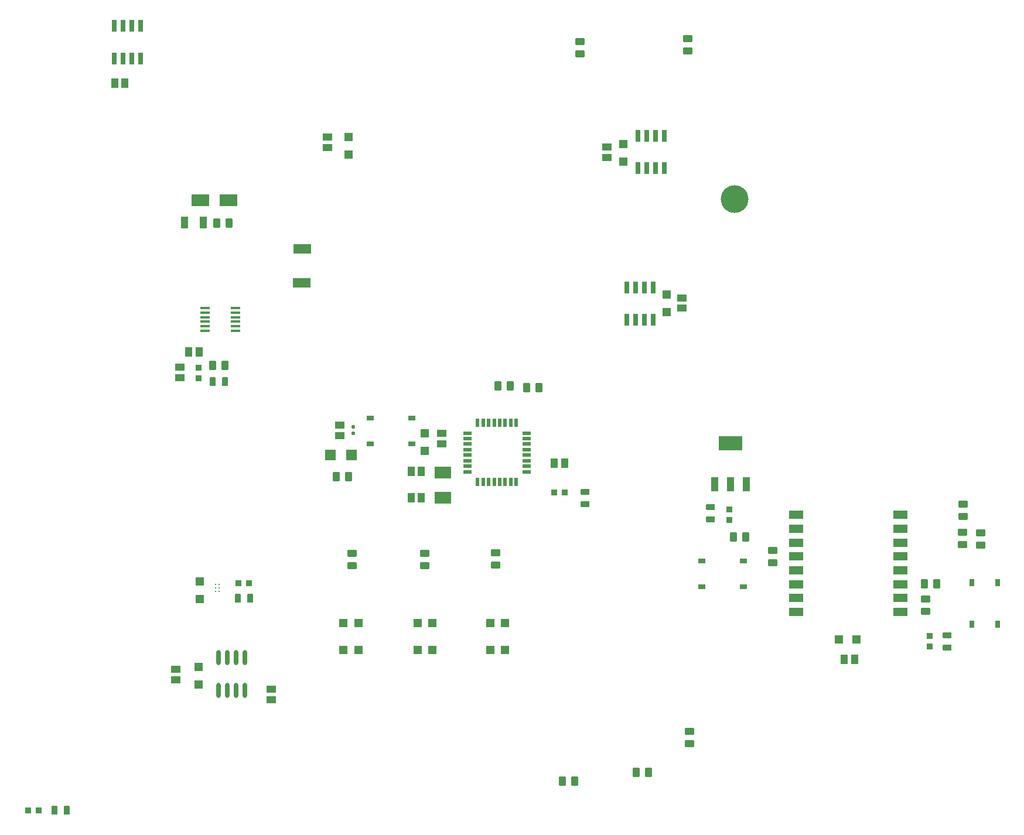
<source format=gtp>
G04 Layer_Color=8421504*
%FSLAX44Y44*%
%MOMM*%
G71*
G01*
G75*
%ADD10R,2.0000X1.1999*%
%ADD11R,1.1000X1.7000*%
%ADD12R,2.4000X1.7000*%
%ADD13R,1.2700X0.5588*%
%ADD14R,0.5588X1.2700*%
%ADD15R,1.3970X0.4318*%
G04:AMPARAMS|DCode=16|XSize=0.5001mm|YSize=0.5001mm|CornerRadius=0.125mm|HoleSize=0mm|Usage=FLASHONLY|Rotation=90.000|XOffset=0mm|YOffset=0mm|HoleType=Round|Shape=RoundedRectangle|*
%AMROUNDEDRECTD16*
21,1,0.5001,0.2501,0,0,90.0*
21,1,0.2501,0.5001,0,0,90.0*
1,1,0.2501,0.1250,0.1250*
1,1,0.2501,0.1250,-0.1250*
1,1,0.2501,-0.1250,-0.1250*
1,1,0.2501,-0.1250,0.1250*
%
%ADD16ROUNDEDRECTD16*%
G04:AMPARAMS|DCode=17|XSize=0.889mm|YSize=0.889mm|CornerRadius=0.1111mm|HoleSize=0mm|Usage=FLASHONLY|Rotation=270.000|XOffset=0mm|YOffset=0mm|HoleType=Round|Shape=RoundedRectangle|*
%AMROUNDEDRECTD17*
21,1,0.8890,0.6667,0,0,270.0*
21,1,0.6667,0.8890,0,0,270.0*
1,1,0.2223,-0.3334,-0.3334*
1,1,0.2223,-0.3334,0.3334*
1,1,0.2223,0.3334,0.3334*
1,1,0.2223,0.3334,-0.3334*
%
%ADD17ROUNDEDRECTD17*%
G04:AMPARAMS|DCode=18|XSize=1.016mm|YSize=1.397mm|CornerRadius=0.127mm|HoleSize=0mm|Usage=FLASHONLY|Rotation=180.000|XOffset=0mm|YOffset=0mm|HoleType=Round|Shape=RoundedRectangle|*
%AMROUNDEDRECTD18*
21,1,1.0160,1.1430,0,0,180.0*
21,1,0.7620,1.3970,0,0,180.0*
1,1,0.2540,-0.3810,0.5715*
1,1,0.2540,0.3810,0.5715*
1,1,0.2540,0.3810,-0.5715*
1,1,0.2540,-0.3810,-0.5715*
%
%ADD18ROUNDEDRECTD18*%
%ADD19R,1.5000X1.6000*%
G04:AMPARAMS|DCode=20|XSize=0.889mm|YSize=1.27mm|CornerRadius=0.1111mm|HoleSize=0mm|Usage=FLASHONLY|Rotation=0.000|XOffset=0mm|YOffset=0mm|HoleType=Round|Shape=RoundedRectangle|*
%AMROUNDEDRECTD20*
21,1,0.8890,1.0477,0,0,0.0*
21,1,0.6667,1.2700,0,0,0.0*
1,1,0.2223,0.3334,-0.5239*
1,1,0.2223,-0.3334,-0.5239*
1,1,0.2223,-0.3334,0.5239*
1,1,0.2223,0.3334,0.5239*
%
%ADD20ROUNDEDRECTD20*%
%ADD21R,2.5000X1.7000*%
%ADD22O,0.6000X2.2000*%
%ADD23R,1.2700X1.2700*%
%ADD24R,1.4000X1.1000*%
%ADD25R,1.1501X1.3000*%
G04:AMPARAMS|DCode=26|XSize=1.016mm|YSize=1.397mm|CornerRadius=0.127mm|HoleSize=0mm|Usage=FLASHONLY|Rotation=90.000|XOffset=0mm|YOffset=0mm|HoleType=Round|Shape=RoundedRectangle|*
%AMROUNDEDRECTD26*
21,1,1.0160,1.1430,0,0,90.0*
21,1,0.7620,1.3970,0,0,90.0*
1,1,0.2540,0.5715,0.3810*
1,1,0.2540,0.5715,-0.3810*
1,1,0.2540,-0.5715,-0.3810*
1,1,0.2540,-0.5715,0.3810*
%
%ADD26ROUNDEDRECTD26*%
%ADD27R,1.1000X1.4000*%
G04:AMPARAMS|DCode=28|XSize=0.889mm|YSize=0.889mm|CornerRadius=0.1111mm|HoleSize=0mm|Usage=FLASHONLY|Rotation=180.000|XOffset=0mm|YOffset=0mm|HoleType=Round|Shape=RoundedRectangle|*
%AMROUNDEDRECTD28*
21,1,0.8890,0.6667,0,0,180.0*
21,1,0.6667,0.8890,0,0,180.0*
1,1,0.2223,-0.3334,0.3334*
1,1,0.2223,0.3334,0.3334*
1,1,0.2223,0.3334,-0.3334*
1,1,0.2223,-0.3334,-0.3334*
%
%ADD28ROUNDEDRECTD28*%
G04:AMPARAMS|DCode=29|XSize=0.889mm|YSize=1.27mm|CornerRadius=0.1111mm|HoleSize=0mm|Usage=FLASHONLY|Rotation=90.000|XOffset=0mm|YOffset=0mm|HoleType=Round|Shape=RoundedRectangle|*
%AMROUNDEDRECTD29*
21,1,0.8890,1.0477,0,0,90.0*
21,1,0.6667,1.2700,0,0,90.0*
1,1,0.2223,0.5239,0.3334*
1,1,0.2223,0.5239,-0.3334*
1,1,0.2223,-0.5239,-0.3334*
1,1,0.2223,-0.5239,0.3334*
%
%ADD29ROUNDEDRECTD29*%
%ADD30R,1.2700X1.2700*%
%ADD31C,4.0000*%
%ADD32R,1.0000X2.0000*%
%ADD33R,3.5000X2.0000*%
%ADD34C,0.2500*%
%ADD35R,2.5000X1.4000*%
%ADD36R,0.7201X1.7800*%
%ADD37R,1.0000X0.7000*%
%ADD38R,0.7000X1.0000*%
D10*
X1528802Y459594D02*
D03*
Y439594D02*
D03*
Y419594D02*
D03*
Y399591D02*
D03*
Y379591D02*
D03*
Y359591D02*
D03*
Y339591D02*
D03*
Y319591D02*
D03*
X1678804D02*
D03*
Y339591D02*
D03*
Y359591D02*
D03*
Y379591D02*
D03*
Y399591D02*
D03*
Y419594D02*
D03*
Y439594D02*
D03*
Y459594D02*
D03*
D11*
X644360Y882142D02*
D03*
X671360D02*
D03*
D12*
X1017554Y484246D02*
D03*
Y521246D02*
D03*
D13*
X1053074Y578001D02*
D03*
Y570000D02*
D03*
Y561999D02*
D03*
Y554000D02*
D03*
Y545999D02*
D03*
Y538001D02*
D03*
Y530000D02*
D03*
Y521999D02*
D03*
X1138926D02*
D03*
Y530000D02*
D03*
Y538001D02*
D03*
Y545999D02*
D03*
Y554000D02*
D03*
Y561999D02*
D03*
Y570000D02*
D03*
Y578001D02*
D03*
D14*
X1067999Y507074D02*
D03*
X1076000D02*
D03*
X1084001D02*
D03*
X1092000D02*
D03*
X1100001D02*
D03*
X1107999D02*
D03*
X1116000D02*
D03*
X1124001D02*
D03*
Y592926D02*
D03*
X1116000D02*
D03*
X1107999D02*
D03*
X1100001D02*
D03*
X1092000D02*
D03*
X1084001D02*
D03*
X1076000D02*
D03*
X1067999D02*
D03*
D15*
X717814Y758576D02*
D03*
Y751972D02*
D03*
Y745622D02*
D03*
Y739018D02*
D03*
Y732668D02*
D03*
Y726064D02*
D03*
X674126D02*
D03*
Y732668D02*
D03*
Y739018D02*
D03*
Y745622D02*
D03*
Y751972D02*
D03*
Y758576D02*
D03*
D16*
X888014Y577411D02*
D03*
Y586661D02*
D03*
D17*
X664464Y657098D02*
D03*
Y672338D02*
D03*
X1721080Y284288D02*
D03*
Y269048D02*
D03*
X1431774Y467676D02*
D03*
Y452436D02*
D03*
D18*
X708914Y881888D02*
D03*
X691134D02*
D03*
X1097110Y646000D02*
D03*
X1114890D02*
D03*
X1156746Y644012D02*
D03*
X1138966D02*
D03*
X1190426Y74312D02*
D03*
X1208206D02*
D03*
X1297440Y87110D02*
D03*
X1315220D02*
D03*
X863884Y514726D02*
D03*
X881664D02*
D03*
X1713968Y360234D02*
D03*
X1731748D02*
D03*
X702564Y676148D02*
D03*
X684784D02*
D03*
X1455396Y428052D02*
D03*
X1437616D02*
D03*
D19*
X885474Y546476D02*
D03*
X855474D02*
D03*
D20*
X702564Y652018D02*
D03*
X684784D02*
D03*
X456962Y32734D02*
D03*
X474742D02*
D03*
X721140Y339146D02*
D03*
X738920D02*
D03*
D21*
X667644Y914908D02*
D03*
X707644D02*
D03*
D22*
X693798Y205544D02*
D03*
X706498D02*
D03*
X719198D02*
D03*
X731898D02*
D03*
X693798Y253544D02*
D03*
X706498D02*
D03*
X719198D02*
D03*
X731898D02*
D03*
D23*
X664588Y239958D02*
D03*
Y214558D02*
D03*
X881380Y980440D02*
D03*
Y1005840D02*
D03*
X991870Y552450D02*
D03*
Y577850D02*
D03*
X1279028Y996284D02*
D03*
Y970884D02*
D03*
X1340902Y752800D02*
D03*
Y778200D02*
D03*
X666530Y363276D02*
D03*
Y337876D02*
D03*
D24*
X631568Y221162D02*
D03*
Y236162D02*
D03*
X1016000Y577500D02*
D03*
Y562500D02*
D03*
X1254898Y976472D02*
D03*
Y991472D02*
D03*
X1363000Y773508D02*
D03*
Y758508D02*
D03*
X850900Y990720D02*
D03*
Y1005720D02*
D03*
X637540Y657980D02*
D03*
Y672980D02*
D03*
X770000Y192500D02*
D03*
Y207500D02*
D03*
X868964Y589536D02*
D03*
Y574536D02*
D03*
D25*
X874234Y303350D02*
D03*
X895732D02*
D03*
Y264350D02*
D03*
X874234D02*
D03*
X981251Y303500D02*
D03*
X1002749D02*
D03*
Y264500D02*
D03*
X981251D02*
D03*
X1086251Y303500D02*
D03*
X1107749D02*
D03*
Y264500D02*
D03*
X1086251D02*
D03*
D26*
X1094000Y387220D02*
D03*
Y405000D02*
D03*
X992000Y386000D02*
D03*
Y403780D02*
D03*
X887000Y386000D02*
D03*
Y403780D02*
D03*
X1215862Y1126194D02*
D03*
Y1143974D02*
D03*
X1371858Y1130156D02*
D03*
Y1147936D02*
D03*
X1374000Y146890D02*
D03*
Y129110D02*
D03*
X1795248Y433386D02*
D03*
Y415606D02*
D03*
X1768832Y416368D02*
D03*
Y434148D02*
D03*
X1769594Y457516D02*
D03*
Y475296D02*
D03*
X1715746Y320102D02*
D03*
Y337882D02*
D03*
X1494766Y390714D02*
D03*
Y408494D02*
D03*
D27*
X543500Y1084000D02*
D03*
X558500D02*
D03*
X665360Y695198D02*
D03*
X650360D02*
D03*
X1193680Y534670D02*
D03*
X1178680D02*
D03*
X971954Y522346D02*
D03*
X986954D02*
D03*
X971954Y484246D02*
D03*
X986954D02*
D03*
X1612756Y250506D02*
D03*
X1597756D02*
D03*
D28*
X418608Y32226D02*
D03*
X433848D02*
D03*
X1178844Y491866D02*
D03*
X1194084D02*
D03*
X737650Y360736D02*
D03*
X722410D02*
D03*
D29*
X1224000Y492890D02*
D03*
Y475110D02*
D03*
X1746480Y285558D02*
D03*
Y267778D02*
D03*
X1404850Y470724D02*
D03*
Y452944D02*
D03*
D30*
X1590524Y279716D02*
D03*
X1615924D02*
D03*
D31*
X1439810Y916020D02*
D03*
D32*
X1410652Y504180D02*
D03*
X1433552D02*
D03*
X1456452D02*
D03*
D33*
X1433552Y563180D02*
D03*
D34*
X689390Y359386D02*
D03*
Y354386D02*
D03*
Y349386D02*
D03*
X694390Y359386D02*
D03*
Y354386D02*
D03*
Y349386D02*
D03*
D35*
X815000Y844000D02*
D03*
X814000Y795000D02*
D03*
D36*
X542950Y1119500D02*
D03*
X555650D02*
D03*
X581050D02*
D03*
X542950Y1166500D02*
D03*
X555650D02*
D03*
X581050D02*
D03*
X568350Y1119500D02*
D03*
Y1166500D02*
D03*
X1308898Y788492D02*
D03*
Y741492D02*
D03*
X1321598Y788492D02*
D03*
X1296198D02*
D03*
X1283498D02*
D03*
X1321598Y741492D02*
D03*
X1296198D02*
D03*
X1283498D02*
D03*
X1338210Y1008100D02*
D03*
X1325510D02*
D03*
X1300110D02*
D03*
X1338210Y961100D02*
D03*
X1325510D02*
D03*
X1300110D02*
D03*
X1312810Y1008100D02*
D03*
Y961100D02*
D03*
D37*
X1452400Y356151D02*
D03*
X1392400D02*
D03*
X1452400Y393149D02*
D03*
X1392400D02*
D03*
X912624Y599265D02*
D03*
X972624D02*
D03*
X912624Y562267D02*
D03*
X972624D02*
D03*
D38*
X1819359Y361470D02*
D03*
Y301470D02*
D03*
X1782361Y361470D02*
D03*
Y301470D02*
D03*
M02*

</source>
